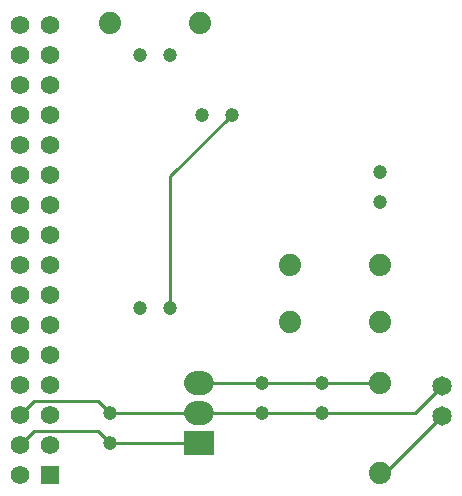
<source format=gbl>
G04 Layer: BottomLayer*
G04 EasyEDA v6.3.38, 2020-04-19T01:24:54+01:00*
G04 25926d0f09aa464bb59590b1fa944b2e,2ce125542fee449aab8aeb6989d11efb,10*
G04 Gerber Generator version 0.2*
G04 Scale: 100 percent, Rotated: No, Reflected: No *
G04 Dimensions in inches *
G04 leading zeros omitted , absolute positions ,2 integer and 4 decimal *
%FSLAX24Y24*%
%MOIN*%
G90*
G70D02*

%ADD10C,0.010000*%
%ADD11C,0.074000*%
%ADD12R,0.062000X0.062000*%
%ADD13C,0.062000*%
%ADD14C,0.065000*%
%ADD15C,0.047000*%
%ADD17C,0.078740*%

%LPD*%
G54D10*
G01X7200Y1750D02*
G01X4250Y1750D01*
G01X4250Y1750D02*
G01X3855Y2144D01*
G01X1694Y2144D01*
G01X1250Y1700D01*
G01X11300Y2750D02*
G01X9300Y2750D01*
G01X9300Y2750D02*
G01X7200Y2750D01*
G01X7200Y2750D02*
G01X4250Y2750D01*
G01X4250Y2750D02*
G01X3855Y3144D01*
G01X1694Y3144D01*
G01X1250Y2700D01*
G01X15300Y3650D02*
G01X14400Y2750D01*
G01X11300Y2750D01*
G01X15300Y2650D02*
G01X13400Y750D01*
G01X13250Y750D01*
G01X11300Y3750D02*
G01X13250Y3750D01*
G01X7200Y3750D02*
G01X9300Y3750D01*
G01X9300Y3750D02*
G01X11300Y3750D01*
G01X6250Y6250D02*
G01X6250Y10650D01*
G01X8300Y12700D01*
G54D11*
G01X13250Y3750D03*
G01X13250Y750D03*
G01X10250Y5800D03*
G01X13250Y5800D03*
G01X4250Y15750D03*
G01X7250Y15750D03*
G01X10250Y7700D03*
G01X13250Y7700D03*
G54D12*
G01X2250Y700D03*
G54D13*
G01X1250Y700D03*
G01X2250Y1700D03*
G01X1250Y1700D03*
G01X2250Y2700D03*
G01X1250Y2700D03*
G01X2250Y3700D03*
G01X1250Y3700D03*
G01X2250Y4700D03*
G01X1250Y4700D03*
G01X2250Y5700D03*
G01X1250Y5700D03*
G01X2250Y6700D03*
G01X1250Y6700D03*
G01X2250Y7700D03*
G01X1250Y7700D03*
G01X2250Y8700D03*
G01X1250Y8700D03*
G01X2250Y9700D03*
G01X1250Y9700D03*
G01X2250Y10700D03*
G01X1250Y10700D03*
G01X2250Y11700D03*
G01X1250Y11700D03*
G01X2250Y12700D03*
G01X1250Y12700D03*
G01X2250Y13700D03*
G01X1250Y13700D03*
G01X2250Y14700D03*
G01X1250Y14700D03*
G01X2250Y15700D03*
G01X1250Y15700D03*
G54D14*
G01X15300Y2650D03*
G01X15300Y3650D03*
G54D15*
G01X4250Y2750D03*
G01X4250Y1750D03*
G01X9300Y2750D03*
G01X9300Y3750D03*
G01X11300Y2750D03*
G01X11300Y3750D03*
G01X6250Y6250D03*
G01X5250Y6250D03*
G01X13250Y10800D03*
G01X13250Y9800D03*
G01X7300Y12700D03*
G01X8300Y12700D03*
G01X5250Y14700D03*
G01X6250Y14700D03*
G36*
G01X6707Y1355D02*
G01X6707Y2144D01*
G01X7692Y2144D01*
G01X7692Y1355D01*
G01X6707Y1355D01*
G37*
G54D17*
G01X7101Y2750D02*
G01X7298Y2750D01*
G01X7101Y3750D02*
G01X7298Y3750D01*
M00*
M02*

</source>
